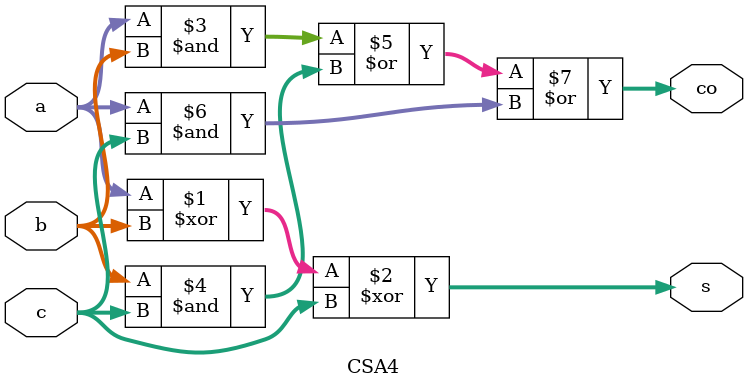
<source format=v>
module CSA4 (
   input [3:0] a,b,c,
   output [3:0] s, co);

   assign s = a ^ b ^c;
   assign co = a&b | b&c | a&c;
endmodule



</source>
